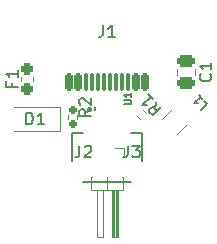
<source format=gto>
G04 #@! TF.GenerationSoftware,KiCad,Pcbnew,(6.0.4)*
G04 #@! TF.CreationDate,2022-05-20T19:37:54+02:00*
G04 #@! TF.ProjectId,Unified-Daughterboard-rounded,556e6966-6965-4642-9d44-617567687465,C3*
G04 #@! TF.SameCoordinates,Original*
G04 #@! TF.FileFunction,Legend,Top*
G04 #@! TF.FilePolarity,Positive*
%FSLAX46Y46*%
G04 Gerber Fmt 4.6, Leading zero omitted, Abs format (unit mm)*
G04 Created by KiCad (PCBNEW (6.0.4)) date 2022-05-20 19:37:54*
%MOMM*%
%LPD*%
G01*
G04 APERTURE LIST*
G04 Aperture macros list*
%AMRoundRect*
0 Rectangle with rounded corners*
0 $1 Rounding radius*
0 $2 $3 $4 $5 $6 $7 $8 $9 X,Y pos of 4 corners*
0 Add a 4 corners polygon primitive as box body*
4,1,4,$2,$3,$4,$5,$6,$7,$8,$9,$2,$3,0*
0 Add four circle primitives for the rounded corners*
1,1,$1+$1,$2,$3*
1,1,$1+$1,$4,$5*
1,1,$1+$1,$6,$7*
1,1,$1+$1,$8,$9*
0 Add four rect primitives between the rounded corners*
20,1,$1+$1,$2,$3,$4,$5,0*
20,1,$1+$1,$4,$5,$6,$7,0*
20,1,$1+$1,$6,$7,$8,$9,0*
20,1,$1+$1,$8,$9,$2,$3,0*%
G04 Aperture macros list end*
%ADD10C,0.150000*%
%ADD11C,0.152400*%
%ADD12C,0.400000*%
%ADD13C,0.120000*%
%ADD14C,3.800000*%
%ADD15C,2.600000*%
%ADD16RoundRect,0.125000X0.000000X-0.150000X0.000000X-0.150000X0.000000X0.150000X0.000000X0.150000X0*%
%ADD17R,0.250000X0.550000*%
%ADD18R,0.300000X0.550000*%
%ADD19RoundRect,0.250000X-0.475000X0.250000X-0.475000X-0.250000X0.475000X-0.250000X0.475000X0.250000X0*%
%ADD20RoundRect,0.237500X-0.237500X0.287500X-0.237500X-0.287500X0.237500X-0.287500X0.237500X0.287500X0*%
%ADD21C,0.650000*%
%ADD22RoundRect,0.150000X0.150000X0.575000X-0.150000X0.575000X-0.150000X-0.575000X0.150000X-0.575000X0*%
%ADD23RoundRect,0.075000X0.075000X0.650000X-0.075000X0.650000X-0.075000X-0.650000X0.075000X-0.650000X0*%
%ADD24O,1.100000X2.200000*%
%ADD25O,1.300000X1.900000*%
%ADD26R,1.200000X1.800000*%
%ADD27R,0.600000X1.550000*%
%ADD28RoundRect,0.160000X-0.252791X0.026517X0.026517X-0.252791X0.252791X-0.026517X-0.026517X0.252791X0*%
%ADD29R,0.900000X1.200000*%
%ADD30R,1.000000X1.000000*%
%ADD31O,1.000000X1.000000*%
%ADD32RoundRect,0.160000X-0.160000X0.197500X-0.160000X-0.197500X0.160000X-0.197500X0.160000X0.197500X0*%
%ADD33RoundRect,0.250000X0.176777X-0.707107X0.707107X-0.176777X-0.176777X0.707107X-0.707107X0.176777X0*%
G04 APERTURE END LIST*
D10*
X67140595Y-71495380D02*
X67140595Y-70495380D01*
X67140595Y-70971571D02*
X67712023Y-70971571D01*
X67712023Y-71495380D02*
X67712023Y-70495380D01*
X68140595Y-70590619D02*
X68188214Y-70543000D01*
X68283452Y-70495380D01*
X68521547Y-70495380D01*
X68616785Y-70543000D01*
X68664404Y-70590619D01*
X68712023Y-70685857D01*
X68712023Y-70781095D01*
X68664404Y-70923952D01*
X68092976Y-71495380D01*
X68712023Y-71495380D01*
X76473928Y-66000142D02*
X76959642Y-66000142D01*
X77016785Y-65971571D01*
X77045357Y-65943000D01*
X77073928Y-65885857D01*
X77073928Y-65771571D01*
X77045357Y-65714428D01*
X77016785Y-65685857D01*
X76959642Y-65657285D01*
X76473928Y-65657285D01*
X77073928Y-65057285D02*
X77073928Y-65400142D01*
X77073928Y-65228714D02*
X76473928Y-65228714D01*
X76559642Y-65285857D01*
X76616785Y-65343000D01*
X76645357Y-65400142D01*
X81242595Y-71395380D02*
X81242595Y-70395380D01*
X81242595Y-70871571D02*
X81814023Y-70871571D01*
X81814023Y-71395380D02*
X81814023Y-70395380D01*
X82194976Y-70395380D02*
X82814023Y-70395380D01*
X82480690Y-70776333D01*
X82623547Y-70776333D01*
X82718785Y-70823952D01*
X82766404Y-70871571D01*
X82814023Y-70966809D01*
X82814023Y-71204904D01*
X82766404Y-71300142D01*
X82718785Y-71347761D01*
X82623547Y-71395380D01*
X82337833Y-71395380D01*
X82242595Y-71347761D01*
X82194976Y-71300142D01*
X83739642Y-63409666D02*
X83787261Y-63457285D01*
X83834880Y-63600142D01*
X83834880Y-63695380D01*
X83787261Y-63838238D01*
X83692023Y-63933476D01*
X83596785Y-63981095D01*
X83406309Y-64028714D01*
X83263452Y-64028714D01*
X83072976Y-63981095D01*
X82977738Y-63933476D01*
X82882500Y-63838238D01*
X82834880Y-63695380D01*
X82834880Y-63600142D01*
X82882500Y-63457285D01*
X82930119Y-63409666D01*
X83834880Y-62457285D02*
X83834880Y-63028714D01*
X83834880Y-62743000D02*
X82834880Y-62743000D01*
X82977738Y-62838238D01*
X83072976Y-62933476D01*
X83120595Y-63028714D01*
X67242595Y-58895380D02*
X67242595Y-57895380D01*
X67242595Y-58371571D02*
X67814023Y-58371571D01*
X67814023Y-58895380D02*
X67814023Y-57895380D01*
X68814023Y-58895380D02*
X68242595Y-58895380D01*
X68528309Y-58895380D02*
X68528309Y-57895380D01*
X68433071Y-58038238D01*
X68337833Y-58133476D01*
X68242595Y-58181095D01*
X81242595Y-58795380D02*
X81242595Y-57795380D01*
X81242595Y-58271571D02*
X81814023Y-58271571D01*
X81814023Y-58795380D02*
X81814023Y-57795380D01*
X82718785Y-58128714D02*
X82718785Y-58795380D01*
X82480690Y-57747761D02*
X82242595Y-58462047D01*
X82861642Y-58462047D01*
X66931071Y-64176333D02*
X66931071Y-64509666D01*
X67454880Y-64509666D02*
X66454880Y-64509666D01*
X66454880Y-64033476D01*
X67454880Y-63128714D02*
X67454880Y-63700142D01*
X67454880Y-63414428D02*
X66454880Y-63414428D01*
X66597738Y-63509666D01*
X66692976Y-63604904D01*
X66740595Y-63700142D01*
X74669166Y-59295380D02*
X74669166Y-60009666D01*
X74621547Y-60152523D01*
X74526309Y-60247761D01*
X74383452Y-60295380D01*
X74288214Y-60295380D01*
X75669166Y-60295380D02*
X75097738Y-60295380D01*
X75383452Y-60295380D02*
X75383452Y-59295380D01*
X75288214Y-59438238D01*
X75192976Y-59533476D01*
X75097738Y-59581095D01*
X72669166Y-69495380D02*
X72669166Y-70209666D01*
X72621547Y-70352523D01*
X72526309Y-70447761D01*
X72383452Y-70495380D01*
X72288214Y-70495380D01*
X73097738Y-69590619D02*
X73145357Y-69543000D01*
X73240595Y-69495380D01*
X73478690Y-69495380D01*
X73573928Y-69543000D01*
X73621547Y-69590619D01*
X73669166Y-69685857D01*
X73669166Y-69781095D01*
X73621547Y-69923952D01*
X73050119Y-70495380D01*
X73669166Y-70495380D01*
X79167547Y-65813654D02*
X79066532Y-66386074D01*
X79571608Y-66217715D02*
X78864502Y-66924822D01*
X78595127Y-66655448D01*
X78561456Y-66554433D01*
X78561456Y-66487089D01*
X78595127Y-66386074D01*
X78696143Y-66285059D01*
X78797158Y-66251387D01*
X78864502Y-66251387D01*
X78965517Y-66285059D01*
X79234891Y-66554433D01*
X78494112Y-65140219D02*
X78898173Y-65544280D01*
X78696143Y-65342249D02*
X77989036Y-66049356D01*
X78157395Y-66015684D01*
X78292082Y-66015685D01*
X78393097Y-66049356D01*
X68164404Y-67695380D02*
X68164404Y-66695380D01*
X68402500Y-66695380D01*
X68545357Y-66743000D01*
X68640595Y-66838238D01*
X68688214Y-66933476D01*
X68735833Y-67123952D01*
X68735833Y-67266809D01*
X68688214Y-67457285D01*
X68640595Y-67552523D01*
X68545357Y-67647761D01*
X68402500Y-67695380D01*
X68164404Y-67695380D01*
X69688214Y-67695380D02*
X69116785Y-67695380D01*
X69402500Y-67695380D02*
X69402500Y-66695380D01*
X69307261Y-66838238D01*
X69212023Y-66933476D01*
X69116785Y-66981095D01*
X76769166Y-69495380D02*
X76769166Y-70209666D01*
X76721547Y-70352523D01*
X76626309Y-70447761D01*
X76483452Y-70495380D01*
X76388214Y-70495380D01*
X77150119Y-69495380D02*
X77769166Y-69495380D01*
X77435833Y-69876333D01*
X77578690Y-69876333D01*
X77673928Y-69923952D01*
X77721547Y-69971571D01*
X77769166Y-70066809D01*
X77769166Y-70304904D01*
X77721547Y-70400142D01*
X77673928Y-70447761D01*
X77578690Y-70495380D01*
X77292976Y-70495380D01*
X77197738Y-70447761D01*
X77150119Y-70400142D01*
X73654880Y-66409666D02*
X73178690Y-66743000D01*
X73654880Y-66981095D02*
X72654880Y-66981095D01*
X72654880Y-66600142D01*
X72702500Y-66504904D01*
X72750119Y-66457285D01*
X72845357Y-66409666D01*
X72988214Y-66409666D01*
X73083452Y-66457285D01*
X73131071Y-66504904D01*
X73178690Y-66600142D01*
X73178690Y-66981095D01*
X72750119Y-66028714D02*
X72702500Y-65981095D01*
X72654880Y-65885857D01*
X72654880Y-65647761D01*
X72702500Y-65552523D01*
X72750119Y-65504904D01*
X72845357Y-65457285D01*
X72940595Y-65457285D01*
X73083452Y-65504904D01*
X73654880Y-66076333D01*
X73654880Y-65457285D01*
D11*
X83236052Y-65689052D02*
X83492631Y-65945631D01*
X82953815Y-66484446D01*
X82774210Y-65227211D02*
X83082105Y-65535105D01*
X82928157Y-65381158D02*
X82389342Y-65919973D01*
X82517631Y-65894315D01*
X82620263Y-65894315D01*
X82697237Y-65919973D01*
D12*
X73502500Y-66426400D02*
G75*
G03*
X73502500Y-66426400I0J0D01*
G01*
D13*
X80967500Y-62981748D02*
X80967500Y-63504252D01*
X82437500Y-62981748D02*
X82437500Y-63504252D01*
X68712500Y-63671733D02*
X68712500Y-64014267D01*
X67692500Y-63671733D02*
X67692500Y-64014267D01*
D10*
X72004500Y-68393000D02*
X73004500Y-68393000D01*
X77004500Y-68393000D02*
X78004500Y-68393000D01*
X77004500Y-72593000D02*
X73004500Y-72593000D01*
X72004500Y-70793000D02*
X72004500Y-68393000D01*
X78004500Y-68393000D02*
X78004500Y-70793000D01*
D13*
X78052675Y-66455773D02*
X78289727Y-66692825D01*
X77515273Y-66993175D02*
X77752325Y-67230227D01*
X71052500Y-66243000D02*
X67152500Y-66243000D01*
X71052500Y-68243000D02*
X67152500Y-68243000D01*
X71052500Y-68243000D02*
X71052500Y-66243000D01*
X74122500Y-77268000D02*
X74122500Y-73268000D01*
X73687500Y-72148000D02*
X73762823Y-72148000D01*
X75612500Y-73268000D02*
X75612500Y-77268000D01*
X75732500Y-73268000D02*
X75732500Y-77268000D01*
X73687500Y-73268000D02*
X73687500Y-72148000D01*
X75017500Y-72148000D02*
X75017500Y-73268000D01*
X75392500Y-77268000D02*
X75392500Y-73268000D01*
X75032823Y-72148000D02*
X75002177Y-72148000D01*
X76347500Y-72148000D02*
X76347500Y-73268000D01*
X75912500Y-77268000D02*
X75392500Y-77268000D01*
X76347500Y-73268000D02*
X73687500Y-73268000D01*
X75912500Y-73268000D02*
X75912500Y-77268000D01*
X76272177Y-72148000D02*
X76347500Y-72148000D01*
X75652500Y-69678000D02*
X76412500Y-69678000D01*
X74642500Y-73268000D02*
X74642500Y-77268000D01*
X74642500Y-77268000D02*
X74122500Y-77268000D01*
X75492500Y-73268000D02*
X75492500Y-77268000D01*
X75852500Y-73268000D02*
X75852500Y-77268000D01*
X76412500Y-69678000D02*
X76412500Y-70438000D01*
X71722500Y-66875379D02*
X71722500Y-67210621D01*
X72482500Y-66875379D02*
X72482500Y-67210621D01*
X80920244Y-68512191D02*
X81771691Y-67660744D01*
X79633309Y-67225256D02*
X80484756Y-66373809D01*
%LPC*%
D14*
X68004500Y-71043000D03*
D15*
X68004500Y-71043000D03*
D16*
X74002500Y-66411400D03*
D17*
X74502500Y-66411400D03*
D18*
X75002500Y-66411400D03*
D17*
X75502500Y-66411400D03*
X76002500Y-66411400D03*
X76002500Y-65641400D03*
X75502500Y-65641400D03*
D18*
X75002500Y-65641400D03*
D17*
X74502500Y-65641400D03*
X74002500Y-65641400D03*
D14*
X82004500Y-71043000D03*
D15*
X82004500Y-71043000D03*
D19*
X81702500Y-62293000D03*
X81702500Y-64193000D03*
D15*
X68004500Y-58543000D03*
D14*
X68004500Y-58543000D03*
D15*
X82004500Y-58543000D03*
D14*
X82004500Y-58543000D03*
D20*
X68202500Y-62968000D03*
X68202500Y-64718000D03*
D21*
X72112500Y-62792000D03*
X77892500Y-62792000D03*
D22*
X78252500Y-64118000D03*
X77452500Y-64118000D03*
D23*
X76252500Y-64118000D03*
X75256500Y-64118000D03*
X74752500Y-64118000D03*
X73752500Y-64118000D03*
D22*
X71752500Y-64118000D03*
X72552500Y-64118000D03*
D23*
X73252500Y-64118000D03*
X74252500Y-64118000D03*
X75752500Y-64118000D03*
X76752500Y-64118000D03*
D24*
X79302500Y-63343000D03*
X70702500Y-63343000D03*
D25*
X79302500Y-59143000D03*
X70702500Y-59143000D03*
D26*
X72204500Y-71893000D03*
X77804500Y-71893000D03*
D27*
X73504500Y-68018000D03*
X74504500Y-68018000D03*
X75504500Y-68018000D03*
X76504500Y-68018000D03*
D28*
X77480004Y-66420504D03*
X78324996Y-67265496D03*
D29*
X70452500Y-67243000D03*
X67152500Y-67243000D03*
D30*
X75652500Y-70438000D03*
D31*
X75652500Y-71708000D03*
X74382500Y-70438000D03*
X74382500Y-71708000D03*
D32*
X72102500Y-66445500D03*
X72102500Y-67640500D03*
D33*
X79712551Y-68432949D03*
X81692449Y-66453051D03*
M02*

</source>
